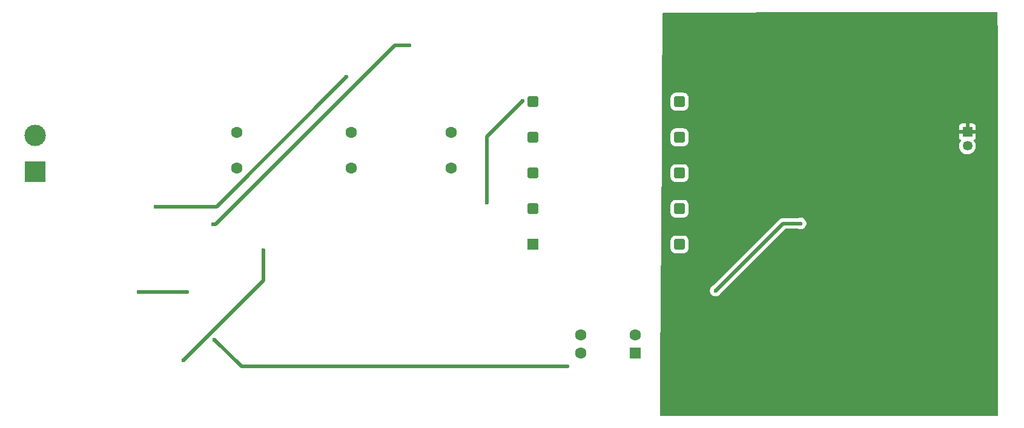
<source format=gbr>
%TF.GenerationSoftware,KiCad,Pcbnew,9.0.1*%
%TF.CreationDate,2025-04-25T14:26:40+02:00*%
%TF.ProjectId,flyback,666c7962-6163-46b2-9e6b-696361645f70,rev?*%
%TF.SameCoordinates,Original*%
%TF.FileFunction,Copper,L2,Bot*%
%TF.FilePolarity,Positive*%
%FSLAX46Y46*%
G04 Gerber Fmt 4.6, Leading zero omitted, Abs format (unit mm)*
G04 Created by KiCad (PCBNEW 9.0.1) date 2025-04-25 14:26:40*
%MOMM*%
%LPD*%
G01*
G04 APERTURE LIST*
G04 Aperture macros list*
%AMRoundRect*
0 Rectangle with rounded corners*
0 $1 Rounding radius*
0 $2 $3 $4 $5 $6 $7 $8 $9 X,Y pos of 4 corners*
0 Add a 4 corners polygon primitive as box body*
4,1,4,$2,$3,$4,$5,$6,$7,$8,$9,$2,$3,0*
0 Add four circle primitives for the rounded corners*
1,1,$1+$1,$2,$3*
1,1,$1+$1,$4,$5*
1,1,$1+$1,$6,$7*
1,1,$1+$1,$8,$9*
0 Add four rect primitives between the rounded corners*
20,1,$1+$1,$2,$3,$4,$5,0*
20,1,$1+$1,$4,$5,$6,$7,0*
20,1,$1+$1,$6,$7,$8,$9,0*
20,1,$1+$1,$8,$9,$2,$3,0*%
G04 Aperture macros list end*
%TA.AperFunction,ComponentPad*%
%ADD10RoundRect,0.250000X0.550000X0.550000X-0.550000X0.550000X-0.550000X-0.550000X0.550000X-0.550000X0*%
%TD*%
%TA.AperFunction,ComponentPad*%
%ADD11C,1.600000*%
%TD*%
%TA.AperFunction,ComponentPad*%
%ADD12R,1.350000X1.350000*%
%TD*%
%TA.AperFunction,ComponentPad*%
%ADD13C,1.350000*%
%TD*%
%TA.AperFunction,ComponentPad*%
%ADD14RoundRect,0.225000X-0.525000X-0.525000X0.525000X-0.525000X0.525000X0.525000X-0.525000X0.525000X0*%
%TD*%
%TA.AperFunction,ComponentPad*%
%ADD15R,1.500000X1.500000*%
%TD*%
%TA.AperFunction,ComponentPad*%
%ADD16R,3.000000X3.000000*%
%TD*%
%TA.AperFunction,ComponentPad*%
%ADD17C,3.000000*%
%TD*%
%TA.AperFunction,ViaPad*%
%ADD18C,0.600000*%
%TD*%
%TA.AperFunction,Conductor*%
%ADD19C,0.500000*%
%TD*%
G04 APERTURE END LIST*
D10*
%TO.P,U2,1*%
%TO.N,Net-(R11-Pad1)*%
X168325000Y-92215000D03*
D11*
%TO.P,U2,2*%
%TO.N,Net-(D3-A)*%
X168325000Y-89675000D03*
%TO.P,U2,3*%
%TO.N,VSENSE*%
X160705000Y-89675000D03*
%TO.P,U2,4*%
%TO.N,VREF*%
X160705000Y-92215000D03*
%TD*%
D12*
%TO.P,J2,1,Pin_1*%
%TO.N,VOUT*%
X214750000Y-61200000D03*
D13*
%TO.P,J2,2,Pin_2*%
%TO.N,GNDS*%
X214750000Y-63200000D03*
%TD*%
D14*
%TO.P,U4,10,pri_d*%
%TO.N,SW*%
X154000000Y-57000000D03*
%TO.P,U4,9,9*%
%TO.N,unconnected-(U4-Pad9)*%
X154000000Y-62000000D03*
%TO.P,U4,8,pri*%
%TO.N,VBULK*%
X154000000Y-67000000D03*
%TO.P,U4,7,aux_d*%
%TO.N,Vaux*%
X154000000Y-72000000D03*
D15*
%TO.P,U4,6,aux*%
%TO.N,GND*%
X154000000Y-77000000D03*
D14*
%TO.P,U4,5,5*%
%TO.N,unconnected-(U4-Pad5)*%
X174500000Y-77000000D03*
%TO.P,U4,4,sec*%
%TO.N,GNDS*%
X174500000Y-72000000D03*
%TO.P,U4,3,3*%
%TO.N,unconnected-(U4-Pad3)*%
X174500000Y-67000000D03*
%TO.P,U4,2,sec_d*%
%TO.N,Net-(D4-A)*%
X174500000Y-62000000D03*
%TO.P,U4,1,1*%
%TO.N,unconnected-(U4-Pad1)*%
X174500000Y-57000000D03*
%TD*%
D16*
%TO.P,J1,1,Pin_1*%
%TO.N,/Vline*%
X84400000Y-66830000D03*
D17*
%TO.P,J1,2,Pin_2*%
%TO.N,Net-(J1-Pin_2)*%
X84400000Y-61750000D03*
%TD*%
D11*
%TO.P,C8,1*%
%TO.N,VBULK*%
X142600000Y-66300000D03*
%TO.P,C8,2*%
%TO.N,GND*%
X142600000Y-61300000D03*
%TD*%
%TO.P,C7,1*%
%TO.N,VBULK*%
X128600000Y-66300000D03*
%TO.P,C7,2*%
%TO.N,GND*%
X128600000Y-61300000D03*
%TD*%
%TO.P,C6,1*%
%TO.N,VBULK*%
X112600000Y-66300000D03*
%TO.P,C6,2*%
%TO.N,GND*%
X112600000Y-61300000D03*
%TD*%
D18*
%TO.N,VOUT*%
X190425000Y-56450000D03*
X200862500Y-55887500D03*
X208850000Y-58725000D03*
X200350000Y-95850000D03*
X204175000Y-84650000D03*
X213700000Y-79750000D03*
%TO.N,VREF*%
X158845000Y-94075000D03*
X109476701Y-90300393D03*
X98875000Y-83662500D03*
X105637500Y-83662500D03*
%TO.N,Net-(U1-RC)*%
X116350000Y-77850000D03*
X105150000Y-93225000D03*
%TO.N,Net-(Q1-S)*%
X127950000Y-53525000D03*
%TO.N,Net-(Q1-G)*%
X136687500Y-49137500D03*
X109300000Y-74150000D03*
%TO.N,Net-(Q1-S)*%
X101225000Y-71675000D03*
%TO.N,Net-(D3-A)*%
X191425000Y-74050000D03*
X179550000Y-83458300D03*
%TO.N,SW*%
X147600000Y-71125000D03*
X152562500Y-56937500D03*
%TD*%
D19*
%TO.N,VREF*%
X113251308Y-94075000D02*
X109476701Y-90300393D01*
X158845000Y-94075000D02*
X113251308Y-94075000D01*
X98875000Y-83662500D02*
X105637500Y-83662500D01*
%TO.N,Net-(U1-RC)*%
X116350000Y-82025000D02*
X105150000Y-93225000D01*
X116350000Y-77850000D02*
X116350000Y-82025000D01*
%TO.N,Net-(Q1-S)*%
X109800000Y-71675000D02*
X127950000Y-53525000D01*
X101225000Y-71675000D02*
X109800000Y-71675000D01*
%TO.N,Net-(Q1-G)*%
X136687500Y-49137500D02*
X136700000Y-49150000D01*
X134675000Y-49075000D02*
X136625000Y-49075000D01*
X136625000Y-49075000D02*
X136687500Y-49137500D01*
X109600000Y-74150000D02*
X134675000Y-49075000D01*
X109300000Y-74150000D02*
X109600000Y-74150000D01*
%TO.N,Net-(D3-A)*%
X188958300Y-74050000D02*
X191425000Y-74050000D01*
X179550000Y-83458300D02*
X188958300Y-74050000D01*
%TO.N,SW*%
X147600000Y-61900000D02*
X152562500Y-56937500D01*
X147600000Y-71125000D02*
X147600000Y-61900000D01*
%TD*%
%TA.AperFunction,Conductor*%
%TO.N,VOUT*%
G36*
X218905810Y-44470185D02*
G01*
X218951565Y-44522989D01*
X218962752Y-44572321D01*
X219024481Y-48083811D01*
X219024500Y-48085990D01*
X219024500Y-100900500D01*
X219004815Y-100967539D01*
X218952011Y-101013294D01*
X218900500Y-101024500D01*
X171907747Y-101024500D01*
X171840708Y-101004815D01*
X171794953Y-100952011D01*
X171783749Y-100899748D01*
X171816884Y-95438400D01*
X171890051Y-83379453D01*
X178749500Y-83379453D01*
X178749500Y-83537146D01*
X178780261Y-83691789D01*
X178780264Y-83691801D01*
X178840602Y-83837472D01*
X178840609Y-83837485D01*
X178928210Y-83968588D01*
X178928213Y-83968592D01*
X179039707Y-84080086D01*
X179039711Y-84080089D01*
X179170814Y-84167690D01*
X179170827Y-84167697D01*
X179316498Y-84228035D01*
X179316503Y-84228037D01*
X179471153Y-84258799D01*
X179471156Y-84258800D01*
X179471158Y-84258800D01*
X179628844Y-84258800D01*
X179628845Y-84258799D01*
X179783497Y-84228037D01*
X179929179Y-84167694D01*
X180060289Y-84080089D01*
X180171789Y-83968589D01*
X180259394Y-83837479D01*
X180269191Y-83813824D01*
X180296069Y-83773597D01*
X189232848Y-74836819D01*
X189294171Y-74803334D01*
X189320529Y-74800500D01*
X191120396Y-74800500D01*
X191167844Y-74809937D01*
X191191503Y-74819737D01*
X191191508Y-74819738D01*
X191191511Y-74819739D01*
X191346153Y-74850499D01*
X191346156Y-74850500D01*
X191346158Y-74850500D01*
X191503844Y-74850500D01*
X191503845Y-74850499D01*
X191658497Y-74819737D01*
X191804179Y-74759394D01*
X191935289Y-74671789D01*
X192046789Y-74560289D01*
X192134394Y-74429179D01*
X192194737Y-74283497D01*
X192225500Y-74128842D01*
X192225500Y-73971158D01*
X192225500Y-73971155D01*
X192225499Y-73971153D01*
X192194738Y-73816510D01*
X192194737Y-73816503D01*
X192194735Y-73816498D01*
X192134397Y-73670827D01*
X192134390Y-73670814D01*
X192046789Y-73539711D01*
X192046786Y-73539707D01*
X191935292Y-73428213D01*
X191935288Y-73428210D01*
X191804185Y-73340609D01*
X191804172Y-73340602D01*
X191658501Y-73280264D01*
X191658489Y-73280261D01*
X191503845Y-73249500D01*
X191503842Y-73249500D01*
X191346158Y-73249500D01*
X191346155Y-73249500D01*
X191191511Y-73280260D01*
X191191506Y-73280262D01*
X191191504Y-73280262D01*
X191191503Y-73280263D01*
X191167844Y-73290062D01*
X191120396Y-73299500D01*
X188884380Y-73299500D01*
X188739392Y-73328340D01*
X188739382Y-73328343D01*
X188602811Y-73384912D01*
X188602798Y-73384919D01*
X188479884Y-73467048D01*
X188479880Y-73467051D01*
X179234703Y-82712227D01*
X179194480Y-82739105D01*
X179170819Y-82748906D01*
X179170818Y-82748907D01*
X179039715Y-82836507D01*
X179039707Y-82836513D01*
X178928213Y-82948007D01*
X178928210Y-82948011D01*
X178840609Y-83079114D01*
X178840602Y-83079127D01*
X178780264Y-83224798D01*
X178780261Y-83224810D01*
X178749500Y-83379453D01*
X171890051Y-83379453D01*
X171931449Y-76556475D01*
X171932237Y-76426647D01*
X173249500Y-76426647D01*
X173249500Y-77573337D01*
X173249501Y-77573355D01*
X173259650Y-77672707D01*
X173259651Y-77672710D01*
X173312996Y-77833694D01*
X173313001Y-77833705D01*
X173402029Y-77978040D01*
X173402032Y-77978044D01*
X173521955Y-78097967D01*
X173521959Y-78097970D01*
X173666294Y-78186998D01*
X173666297Y-78186999D01*
X173666303Y-78187003D01*
X173827292Y-78240349D01*
X173926655Y-78250500D01*
X175073344Y-78250499D01*
X175073352Y-78250498D01*
X175073355Y-78250498D01*
X175127760Y-78244940D01*
X175172708Y-78240349D01*
X175333697Y-78187003D01*
X175478044Y-78097968D01*
X175597968Y-77978044D01*
X175687003Y-77833697D01*
X175740349Y-77672708D01*
X175750500Y-77573345D01*
X175750499Y-76426656D01*
X175740349Y-76327292D01*
X175687003Y-76166303D01*
X175686999Y-76166297D01*
X175686998Y-76166294D01*
X175597970Y-76021959D01*
X175597967Y-76021955D01*
X175478044Y-75902032D01*
X175478040Y-75902029D01*
X175333705Y-75813001D01*
X175333699Y-75812998D01*
X175333697Y-75812997D01*
X175333694Y-75812996D01*
X175172709Y-75759651D01*
X175073346Y-75749500D01*
X173926662Y-75749500D01*
X173926644Y-75749501D01*
X173827292Y-75759650D01*
X173827289Y-75759651D01*
X173666305Y-75812996D01*
X173666294Y-75813001D01*
X173521959Y-75902029D01*
X173521955Y-75902032D01*
X173402032Y-76021955D01*
X173402029Y-76021959D01*
X173313001Y-76166294D01*
X173312996Y-76166305D01*
X173259651Y-76327290D01*
X173249500Y-76426647D01*
X171932237Y-76426647D01*
X171962573Y-71426647D01*
X173249500Y-71426647D01*
X173249500Y-72573337D01*
X173249501Y-72573355D01*
X173259650Y-72672707D01*
X173259651Y-72672710D01*
X173312996Y-72833694D01*
X173313001Y-72833705D01*
X173402029Y-72978040D01*
X173402032Y-72978044D01*
X173521955Y-73097967D01*
X173521959Y-73097970D01*
X173666294Y-73186998D01*
X173666297Y-73186999D01*
X173666303Y-73187003D01*
X173827292Y-73240349D01*
X173926655Y-73250500D01*
X175073344Y-73250499D01*
X175073352Y-73250498D01*
X175073355Y-73250498D01*
X175127760Y-73244940D01*
X175172708Y-73240349D01*
X175333697Y-73187003D01*
X175478044Y-73097968D01*
X175597968Y-72978044D01*
X175687003Y-72833697D01*
X175740349Y-72672708D01*
X175750500Y-72573345D01*
X175750499Y-71426656D01*
X175740349Y-71327292D01*
X175687003Y-71166303D01*
X175686999Y-71166297D01*
X175686998Y-71166294D01*
X175597970Y-71021959D01*
X175597967Y-71021955D01*
X175478044Y-70902032D01*
X175478040Y-70902029D01*
X175333705Y-70813001D01*
X175333699Y-70812998D01*
X175333697Y-70812997D01*
X175333694Y-70812996D01*
X175172709Y-70759651D01*
X175073346Y-70749500D01*
X173926662Y-70749500D01*
X173926644Y-70749501D01*
X173827292Y-70759650D01*
X173827289Y-70759651D01*
X173666305Y-70812996D01*
X173666294Y-70813001D01*
X173521959Y-70902029D01*
X173521955Y-70902032D01*
X173402032Y-71021955D01*
X173402029Y-71021959D01*
X173313001Y-71166294D01*
X173312996Y-71166305D01*
X173259651Y-71327290D01*
X173249500Y-71426647D01*
X171962573Y-71426647D01*
X171992910Y-66426647D01*
X173249500Y-66426647D01*
X173249500Y-67573337D01*
X173249501Y-67573355D01*
X173259650Y-67672707D01*
X173259651Y-67672710D01*
X173312996Y-67833694D01*
X173313001Y-67833705D01*
X173402029Y-67978040D01*
X173402032Y-67978044D01*
X173521955Y-68097967D01*
X173521959Y-68097970D01*
X173666294Y-68186998D01*
X173666297Y-68186999D01*
X173666303Y-68187003D01*
X173827292Y-68240349D01*
X173926655Y-68250500D01*
X175073344Y-68250499D01*
X175073352Y-68250498D01*
X175073355Y-68250498D01*
X175127760Y-68244940D01*
X175172708Y-68240349D01*
X175333697Y-68187003D01*
X175478044Y-68097968D01*
X175597968Y-67978044D01*
X175687003Y-67833697D01*
X175740349Y-67672708D01*
X175750500Y-67573345D01*
X175750499Y-66426656D01*
X175740349Y-66327292D01*
X175687003Y-66166303D01*
X175686999Y-66166297D01*
X175686998Y-66166294D01*
X175597970Y-66021959D01*
X175597967Y-66021955D01*
X175478044Y-65902032D01*
X175478040Y-65902029D01*
X175333705Y-65813001D01*
X175333699Y-65812998D01*
X175333697Y-65812997D01*
X175333694Y-65812996D01*
X175172709Y-65759651D01*
X175073346Y-65749500D01*
X173926662Y-65749500D01*
X173926644Y-65749501D01*
X173827292Y-65759650D01*
X173827289Y-65759651D01*
X173666305Y-65812996D01*
X173666294Y-65813001D01*
X173521959Y-65902029D01*
X173521955Y-65902032D01*
X173402032Y-66021955D01*
X173402029Y-66021959D01*
X173313001Y-66166294D01*
X173312996Y-66166305D01*
X173259651Y-66327290D01*
X173249500Y-66426647D01*
X171992910Y-66426647D01*
X172023247Y-61426647D01*
X173249500Y-61426647D01*
X173249500Y-62573337D01*
X173249501Y-62573355D01*
X173259650Y-62672707D01*
X173259651Y-62672710D01*
X173312996Y-62833694D01*
X173313001Y-62833705D01*
X173402029Y-62978040D01*
X173402032Y-62978044D01*
X173521955Y-63097967D01*
X173521959Y-63097970D01*
X173666294Y-63186998D01*
X173666297Y-63186999D01*
X173666303Y-63187003D01*
X173827292Y-63240349D01*
X173926655Y-63250500D01*
X175073344Y-63250499D01*
X175073352Y-63250498D01*
X175073355Y-63250498D01*
X175127760Y-63244940D01*
X175172708Y-63240349D01*
X175333697Y-63187003D01*
X175462613Y-63107486D01*
X213574500Y-63107486D01*
X213574500Y-63292513D01*
X213603445Y-63475265D01*
X213660619Y-63651232D01*
X213660620Y-63651235D01*
X213744622Y-63816096D01*
X213853379Y-63965787D01*
X213984213Y-64096621D01*
X214133904Y-64205378D01*
X214214763Y-64246577D01*
X214298764Y-64289379D01*
X214298767Y-64289380D01*
X214386750Y-64317967D01*
X214474736Y-64346555D01*
X214657486Y-64375500D01*
X214657487Y-64375500D01*
X214842513Y-64375500D01*
X214842514Y-64375500D01*
X215025264Y-64346555D01*
X215201235Y-64289379D01*
X215366096Y-64205378D01*
X215515787Y-64096621D01*
X215646621Y-63965787D01*
X215755378Y-63816096D01*
X215839379Y-63651235D01*
X215896555Y-63475264D01*
X215925500Y-63292514D01*
X215925500Y-63107486D01*
X215896555Y-62924736D01*
X215839379Y-62748765D01*
X215839379Y-62748764D01*
X215755377Y-62583903D01*
X215755375Y-62583900D01*
X215671159Y-62467987D01*
X215647680Y-62402183D01*
X215663505Y-62334129D01*
X215697167Y-62295836D01*
X215782190Y-62232186D01*
X215868350Y-62117093D01*
X215868354Y-62117086D01*
X215918596Y-61982379D01*
X215918598Y-61982372D01*
X215924999Y-61922844D01*
X215925000Y-61922827D01*
X215925000Y-61450000D01*
X215065686Y-61450000D01*
X215070080Y-61445606D01*
X215122741Y-61354394D01*
X215150000Y-61252661D01*
X215150000Y-61147339D01*
X215122741Y-61045606D01*
X215070080Y-60954394D01*
X215065686Y-60950000D01*
X215925000Y-60950000D01*
X215925000Y-60477172D01*
X215924999Y-60477155D01*
X215918598Y-60417627D01*
X215918596Y-60417620D01*
X215868354Y-60282913D01*
X215868350Y-60282906D01*
X215782190Y-60167812D01*
X215782187Y-60167809D01*
X215667093Y-60081649D01*
X215667086Y-60081645D01*
X215532379Y-60031403D01*
X215532372Y-60031401D01*
X215472844Y-60025000D01*
X215000000Y-60025000D01*
X215000000Y-60884314D01*
X214995606Y-60879920D01*
X214904394Y-60827259D01*
X214802661Y-60800000D01*
X214697339Y-60800000D01*
X214595606Y-60827259D01*
X214504394Y-60879920D01*
X214500000Y-60884314D01*
X214500000Y-60025000D01*
X214027155Y-60025000D01*
X213967627Y-60031401D01*
X213967620Y-60031403D01*
X213832913Y-60081645D01*
X213832906Y-60081649D01*
X213717812Y-60167809D01*
X213717809Y-60167812D01*
X213631649Y-60282906D01*
X213631645Y-60282913D01*
X213581403Y-60417620D01*
X213581401Y-60417627D01*
X213575000Y-60477155D01*
X213575000Y-60950000D01*
X214434314Y-60950000D01*
X214429920Y-60954394D01*
X214377259Y-61045606D01*
X214350000Y-61147339D01*
X214350000Y-61252661D01*
X214377259Y-61354394D01*
X214429920Y-61445606D01*
X214434314Y-61450000D01*
X213575000Y-61450000D01*
X213575000Y-61922844D01*
X213581401Y-61982372D01*
X213581403Y-61982379D01*
X213631645Y-62117086D01*
X213631649Y-62117093D01*
X213717809Y-62232186D01*
X213802832Y-62295835D01*
X213844703Y-62351769D01*
X213849687Y-62421461D01*
X213828839Y-62467987D01*
X213744624Y-62583900D01*
X213660620Y-62748764D01*
X213660619Y-62748767D01*
X213603445Y-62924734D01*
X213574500Y-63107486D01*
X175462613Y-63107486D01*
X175478044Y-63097968D01*
X175597968Y-62978044D01*
X175687003Y-62833697D01*
X175740349Y-62672708D01*
X175750500Y-62573345D01*
X175750499Y-61426656D01*
X175743117Y-61354394D01*
X175740349Y-61327292D01*
X175740348Y-61327289D01*
X175715619Y-61252661D01*
X175687003Y-61166303D01*
X175686999Y-61166297D01*
X175686998Y-61166294D01*
X175597970Y-61021959D01*
X175597967Y-61021955D01*
X175478044Y-60902032D01*
X175478040Y-60902029D01*
X175333705Y-60813001D01*
X175333699Y-60812998D01*
X175333697Y-60812997D01*
X175333694Y-60812996D01*
X175172709Y-60759651D01*
X175073346Y-60749500D01*
X173926662Y-60749500D01*
X173926644Y-60749501D01*
X173827292Y-60759650D01*
X173827289Y-60759651D01*
X173666305Y-60812996D01*
X173666294Y-60813001D01*
X173521959Y-60902029D01*
X173521955Y-60902032D01*
X173402032Y-61021955D01*
X173402029Y-61021959D01*
X173313001Y-61166294D01*
X173312996Y-61166305D01*
X173259651Y-61327290D01*
X173249500Y-61426647D01*
X172023247Y-61426647D01*
X172053584Y-56426647D01*
X173249500Y-56426647D01*
X173249500Y-57573337D01*
X173249501Y-57573355D01*
X173259650Y-57672707D01*
X173259651Y-57672710D01*
X173312996Y-57833694D01*
X173313001Y-57833705D01*
X173402029Y-57978040D01*
X173402032Y-57978044D01*
X173521955Y-58097967D01*
X173521959Y-58097970D01*
X173666294Y-58186998D01*
X173666297Y-58186999D01*
X173666303Y-58187003D01*
X173827292Y-58240349D01*
X173926655Y-58250500D01*
X175073344Y-58250499D01*
X175073352Y-58250498D01*
X175073355Y-58250498D01*
X175127760Y-58244940D01*
X175172708Y-58240349D01*
X175333697Y-58187003D01*
X175478044Y-58097968D01*
X175597968Y-57978044D01*
X175687003Y-57833697D01*
X175740349Y-57672708D01*
X175750500Y-57573345D01*
X175750499Y-56426656D01*
X175740349Y-56327292D01*
X175687003Y-56166303D01*
X175686999Y-56166297D01*
X175686998Y-56166294D01*
X175597970Y-56021959D01*
X175597967Y-56021955D01*
X175478044Y-55902032D01*
X175478040Y-55902029D01*
X175333705Y-55813001D01*
X175333699Y-55812998D01*
X175333697Y-55812997D01*
X175333694Y-55812996D01*
X175172709Y-55759651D01*
X175073346Y-55749500D01*
X173926662Y-55749500D01*
X173926644Y-55749501D01*
X173827292Y-55759650D01*
X173827289Y-55759651D01*
X173666305Y-55812996D01*
X173666294Y-55813001D01*
X173521959Y-55902029D01*
X173521955Y-55902032D01*
X173402032Y-56021955D01*
X173402029Y-56021959D01*
X173313001Y-56166294D01*
X173312996Y-56166305D01*
X173259651Y-56327290D01*
X173249500Y-56426647D01*
X172053584Y-56426647D01*
X172124988Y-44658016D01*
X172145079Y-44591098D01*
X172198160Y-44545664D01*
X172248986Y-44534769D01*
X183625743Y-44534769D01*
X186868474Y-44450542D01*
X186871694Y-44450500D01*
X218838771Y-44450500D01*
X218905810Y-44470185D01*
G37*
%TD.AperFunction*%
%TD*%
M02*

</source>
